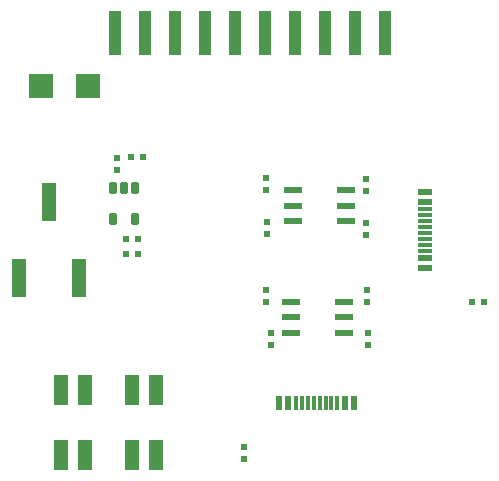
<source format=gtp>
G04*
G04 #@! TF.GenerationSoftware,Altium Limited,Altium Designer,24.10.1 (45)*
G04*
G04 Layer_Color=8421504*
%FSLAX44Y44*%
%MOMM*%
G71*
G04*
G04 #@! TF.SameCoordinates,369B9CB0-29D8-4664-9DD5-51349DE9450A*
G04*
G04*
G04 #@! TF.FilePolarity,Positive*
G04*
G01*
G75*
%ADD18R,1.5000X0.6000*%
%ADD19R,1.2446X2.5000*%
G04:AMPARAMS|DCode=20|XSize=0.6mm|YSize=1.1mm|CornerRadius=0.15mm|HoleSize=0mm|Usage=FLASHONLY|Rotation=0.000|XOffset=0mm|YOffset=0mm|HoleType=Round|Shape=RoundedRectangle|*
%AMROUNDEDRECTD20*
21,1,0.6000,0.8000,0,0,0.0*
21,1,0.3000,1.1000,0,0,0.0*
1,1,0.3000,0.1500,-0.4000*
1,1,0.3000,-0.1500,-0.4000*
1,1,0.3000,-0.1500,0.4000*
1,1,0.3000,0.1500,0.4000*
%
%ADD20ROUNDEDRECTD20*%
%ADD21R,0.5500X0.5500*%
%ADD22R,1.0000X3.7000*%
%ADD23R,2.0000X2.0000*%
%ADD24R,0.3000X1.1500*%
%ADD25R,0.6000X1.1500*%
%ADD26R,1.1900X3.3000*%
%ADD27R,0.5500X0.5500*%
%ADD28R,1.1500X0.3000*%
%ADD29R,1.1500X0.6000*%
D18*
X277878Y226880D02*
D03*
X322878D02*
D03*
X277878Y213880D02*
D03*
X322878D02*
D03*
Y200880D02*
D03*
X277878D02*
D03*
X276283Y106422D02*
D03*
X321283D02*
D03*
Y119422D02*
D03*
X276283D02*
D03*
X321283Y132422D02*
D03*
X276283D02*
D03*
D19*
X102000Y57996D02*
D03*
X142000D02*
D03*
X162000D02*
D03*
X82000Y2996D02*
D03*
Y57996D02*
D03*
X102000Y2996D02*
D03*
X142000D02*
D03*
X162000D02*
D03*
D20*
X144500Y203000D02*
D03*
X125500D02*
D03*
Y229000D02*
D03*
X135000D02*
D03*
X144500D02*
D03*
D21*
X140920Y255000D02*
D03*
X151080D02*
D03*
X136920Y185500D02*
D03*
X147080D02*
D03*
X136920Y173000D02*
D03*
X147080D02*
D03*
X429840Y132500D02*
D03*
X440000D02*
D03*
D22*
X356200Y360000D02*
D03*
X330800D02*
D03*
X305400D02*
D03*
X280000D02*
D03*
X254600D02*
D03*
X229200D02*
D03*
X203800D02*
D03*
X178400D02*
D03*
X153000D02*
D03*
X127600D02*
D03*
D23*
X65000Y315000D02*
D03*
X105000D02*
D03*
D24*
X280800Y47050D02*
D03*
X315800D02*
D03*
X310800D02*
D03*
X305800D02*
D03*
X300800D02*
D03*
X295800D02*
D03*
X290800D02*
D03*
X285800D02*
D03*
D25*
X322300D02*
D03*
X274300D02*
D03*
X266300D02*
D03*
X330300D02*
D03*
D26*
X97000Y153000D02*
D03*
X46200D02*
D03*
X71600Y217000D02*
D03*
D27*
X129000Y254080D02*
D03*
Y243920D02*
D03*
X255222Y132249D02*
D03*
Y142409D02*
D03*
X341963Y106214D02*
D03*
Y96054D02*
D03*
X255674Y226961D02*
D03*
Y237121D02*
D03*
X340256Y199529D02*
D03*
Y189369D02*
D03*
X236500Y9660D02*
D03*
Y-500D02*
D03*
X260000Y106000D02*
D03*
Y95840D02*
D03*
X341074Y131995D02*
D03*
Y142155D02*
D03*
X255928Y200164D02*
D03*
Y190004D02*
D03*
X339748Y226707D02*
D03*
Y236867D02*
D03*
D28*
X389950Y175700D02*
D03*
Y210700D02*
D03*
Y205700D02*
D03*
Y200700D02*
D03*
Y195700D02*
D03*
Y190700D02*
D03*
Y185700D02*
D03*
Y180700D02*
D03*
D29*
Y217200D02*
D03*
Y169200D02*
D03*
Y161200D02*
D03*
Y225200D02*
D03*
M02*

</source>
